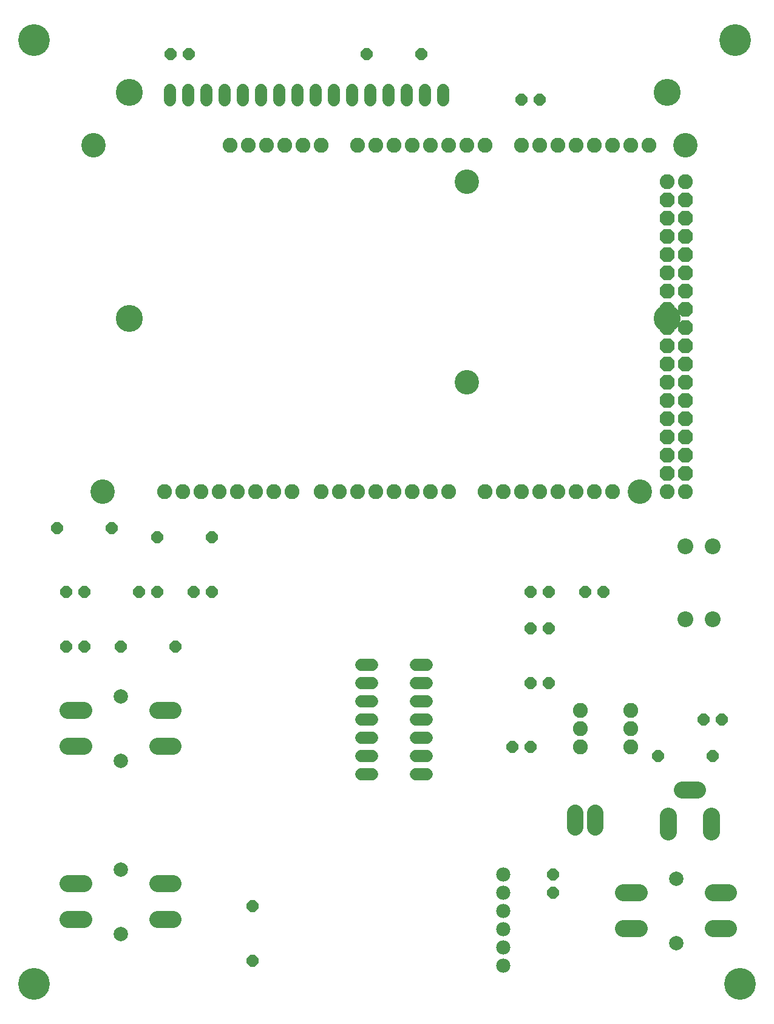
<source format=gbs>
G75*
%MOIN*%
%OFA0B0*%
%FSLAX24Y24*%
%IPPOS*%
%LPD*%
%AMOC8*
5,1,8,0,0,1.08239X$1,22.5*
%
%ADD10C,0.0820*%
%ADD11OC8,0.0820*%
%ADD12C,0.1340*%
%ADD13C,0.0780*%
%ADD14OC8,0.0656*%
%ADD15C,0.0656*%
%ADD16C,0.1480*%
%ADD17C,0.0926*%
%ADD18C,0.0790*%
%ADD19C,0.0890*%
%ADD20C,0.0872*%
%ADD21C,0.0940*%
%ADD22C,0.1740*%
D10*
X008750Y028350D03*
X009750Y028350D03*
X010750Y028350D03*
X011750Y028350D03*
X012750Y028350D03*
X013750Y028350D03*
X014750Y028350D03*
X015750Y028350D03*
X017350Y028350D03*
X018350Y028350D03*
X019350Y028350D03*
X020350Y028350D03*
X021350Y028350D03*
X022350Y028350D03*
X023350Y028350D03*
X024350Y028350D03*
X026350Y028350D03*
X027350Y028350D03*
X028350Y028350D03*
X029350Y028350D03*
X030350Y028350D03*
X031350Y028350D03*
X032350Y028350D03*
X033350Y028350D03*
X036350Y028350D03*
X037350Y028350D03*
X034350Y016350D03*
X034350Y015350D03*
X034350Y014350D03*
X031600Y014350D03*
X031600Y015350D03*
X031600Y016350D03*
X036350Y045350D03*
X037350Y045350D03*
X035350Y047350D03*
X034350Y047350D03*
X033350Y047350D03*
X032350Y047350D03*
X031350Y047350D03*
X030350Y047350D03*
X029350Y047350D03*
X028350Y047350D03*
X026350Y047350D03*
X025350Y047350D03*
X024350Y047350D03*
X023350Y047350D03*
X022350Y047350D03*
X021350Y047350D03*
X020350Y047350D03*
X019350Y047350D03*
X017350Y047350D03*
X016350Y047350D03*
X015350Y047350D03*
X014350Y047350D03*
X013350Y047350D03*
X012350Y047350D03*
D11*
X036350Y044350D03*
X036350Y043350D03*
X036350Y042350D03*
X036350Y041350D03*
X036350Y040350D03*
X036350Y039350D03*
X036350Y038350D03*
X036350Y037350D03*
X036350Y036350D03*
X036350Y035350D03*
X036350Y034350D03*
X036350Y033350D03*
X036350Y032350D03*
X036350Y031350D03*
X036350Y030350D03*
X036350Y029350D03*
X037350Y029350D03*
X037350Y030350D03*
X037350Y031350D03*
X037350Y032350D03*
X037350Y033350D03*
X037350Y034350D03*
X037350Y035350D03*
X037350Y036350D03*
X037350Y037350D03*
X037350Y038350D03*
X037350Y039350D03*
X037350Y040350D03*
X037350Y041350D03*
X037350Y042350D03*
X037350Y043350D03*
X037350Y044350D03*
D12*
X037350Y047350D03*
X025350Y045350D03*
X025350Y034350D03*
X034850Y028350D03*
X005350Y028350D03*
X004850Y047350D03*
D13*
X027350Y007350D03*
X027350Y006350D03*
X027350Y005350D03*
X027350Y004350D03*
X027350Y003350D03*
X027350Y002350D03*
D14*
X030100Y006350D03*
X030100Y007350D03*
X028850Y014350D03*
X027850Y014350D03*
X028850Y017850D03*
X029850Y017850D03*
X029850Y020850D03*
X028850Y020850D03*
X028850Y022850D03*
X029850Y022850D03*
X031850Y022850D03*
X032850Y022850D03*
X038350Y015850D03*
X039350Y015850D03*
X038850Y013850D03*
X035850Y013850D03*
X013600Y005600D03*
X013600Y002600D03*
X009350Y019850D03*
X008350Y022850D03*
X007350Y022850D03*
X006350Y019850D03*
X004350Y019850D03*
X003350Y019850D03*
X003350Y022850D03*
X004350Y022850D03*
X002850Y026350D03*
X005850Y026350D03*
X008350Y025850D03*
X010350Y022850D03*
X011350Y022850D03*
X011350Y025850D03*
X028350Y049850D03*
X029350Y049850D03*
X022850Y052350D03*
X019850Y052350D03*
X010100Y052350D03*
X009100Y052350D03*
D15*
X009047Y050369D02*
X009047Y049793D01*
X010047Y049793D02*
X010047Y050369D01*
X011047Y050369D02*
X011047Y049793D01*
X012047Y049793D02*
X012047Y050369D01*
X013047Y050369D02*
X013047Y049793D01*
X014047Y049793D02*
X014047Y050369D01*
X015047Y050369D02*
X015047Y049793D01*
X016047Y049793D02*
X016047Y050369D01*
X017047Y050369D02*
X017047Y049793D01*
X018047Y049793D02*
X018047Y050369D01*
X019047Y050369D02*
X019047Y049793D01*
X020047Y049793D02*
X020047Y050369D01*
X021047Y050369D02*
X021047Y049793D01*
X022047Y049793D02*
X022047Y050369D01*
X023047Y050369D02*
X023047Y049793D01*
X024047Y049793D02*
X024047Y050369D01*
X023138Y018850D02*
X022562Y018850D01*
X022562Y017850D02*
X023138Y017850D01*
X023138Y016850D02*
X022562Y016850D01*
X022562Y015850D02*
X023138Y015850D01*
X023138Y014850D02*
X022562Y014850D01*
X022562Y013850D02*
X023138Y013850D01*
X023138Y012850D02*
X022562Y012850D01*
X020138Y012850D02*
X019562Y012850D01*
X019562Y013850D02*
X020138Y013850D01*
X020138Y014850D02*
X019562Y014850D01*
X019562Y015850D02*
X020138Y015850D01*
X020138Y016850D02*
X019562Y016850D01*
X019562Y017850D02*
X020138Y017850D01*
X020138Y018850D02*
X019562Y018850D01*
D16*
X006834Y037834D03*
X006834Y050236D03*
X036362Y050236D03*
X036362Y037834D03*
D17*
X034813Y006330D02*
X033967Y006330D01*
X033967Y004370D02*
X034813Y004370D01*
X038887Y004370D02*
X039733Y004370D01*
X039733Y006330D02*
X038887Y006330D01*
X009233Y006830D02*
X008387Y006830D01*
X008387Y004870D02*
X009233Y004870D01*
X004313Y004870D02*
X003467Y004870D01*
X003467Y006830D02*
X004313Y006830D01*
X004313Y014370D02*
X003467Y014370D01*
X003467Y016330D02*
X004313Y016330D01*
X008387Y016330D02*
X009233Y016330D01*
X009233Y014370D02*
X008387Y014370D01*
D18*
X006350Y013580D03*
X006350Y017120D03*
X006350Y007620D03*
X006350Y004080D03*
X036850Y003580D03*
X036850Y007120D03*
D19*
X032400Y009945D02*
X032400Y010755D01*
X031300Y010755D02*
X031300Y009945D01*
D20*
X037350Y021350D03*
X038850Y021350D03*
X038850Y025350D03*
X037350Y025350D03*
D21*
X037170Y011990D02*
X038030Y011990D01*
X038781Y010530D02*
X038781Y009670D01*
X036419Y009670D02*
X036419Y010530D01*
D22*
X001600Y001350D03*
X040350Y001350D03*
X040100Y053100D03*
X001600Y053100D03*
M02*

</source>
